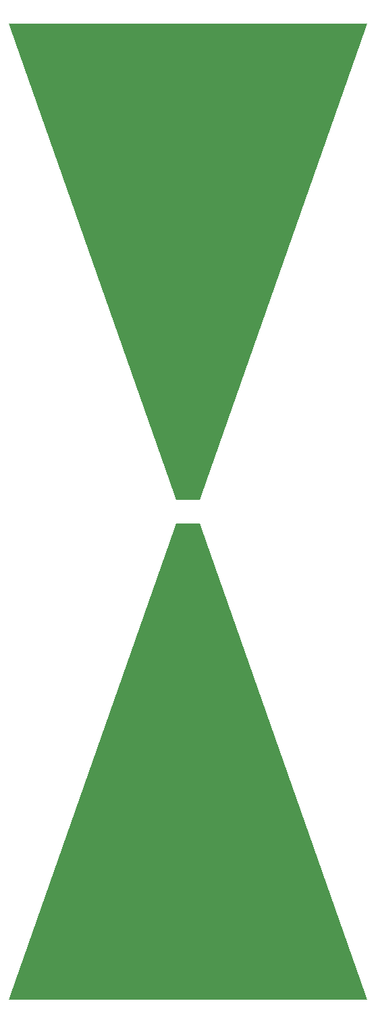
<source format=gbr>
G04 =======================================* 
G04 File Format: RS-274X * 
G04 Date:        October 10 2015 * 
G04 Time:        22:13:37 * 
G04 =======================================* 
G04 Format description *** 
G04 Code:          ASCII * 
G04 Unit:          Millimeter * 
G04 Coordinates:   Absolut * 
G04 Digits:        4.4-format * 
G04 Zeros skipped: Leading zeros omitted * 
G04 =======================================* 
%FSLAX44Y44*%
%MOMM*%
G90*
G71*
%LPD*%
G36*
G01X224633Y611461D02*
G01X-224633Y611461D01*
G01X-15000Y15000D01*
G01X15000Y15000D01*
G37*
%LPD*%
G36*
G01X-224633Y-611461D02*
G01X224633Y-611461D01*
G01X15000Y-15000D01*
G01X-15000Y-15000D01*
G37*
M02* 
G04 End Of Gerber File* 

</source>
